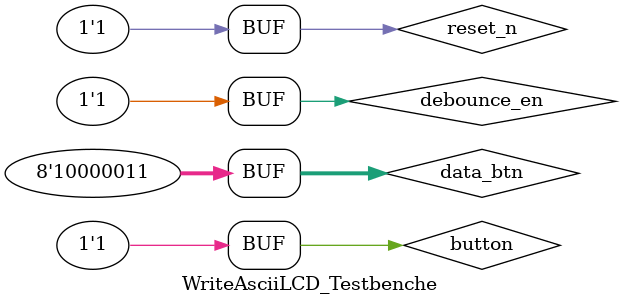
<source format=v>
`timescale 1ns / 1ps


module WriteAsciiLCD_Testbenche;

	// Inputs
	wire clk;
	reg reset_n;
	reg [7:0] data_btn;
	reg button;
	reg debounce_en;

	// Outputs
	wire RW_btn_lcd;
	wire RS_btn_lcd;
	wire E_btn_lcd;
	wire [7:0] data_btn_lcd;

	// Instantiate the Unit Under Test (UUT)
	WriteAsciiLCD uut (
		.clk(clk), 
		.reset_n(reset_n), 
		.data_btn(data_btn), 
		.button(button), 
		.debounce_en(debounce_en), 
		.RW_btn_lcd(RW_btn_lcd), 
		.RS_btn_lcd(RS_btn_lcd), 
		.E_btn_lcd(E_btn_lcd), 
		.data_btn_lcd(data_btn_lcd)
	);


		clock_generator clock_generator1(.clk(clk));
		
	initial begin
		// Initialize Inputs
		reset_n = 0;
		data_btn = 0;
		button = 0;
		debounce_en = 0;

		// Wait 100 ns for global reset to finish
		#100;
       reset_n = 1;
		 
		 debounce_en = 1;
		 #20 button = 1;
		 data_btn = 8'b10000011;
		
		 
		 

		// Add stimulus here

	end
      
endmodule


</source>
